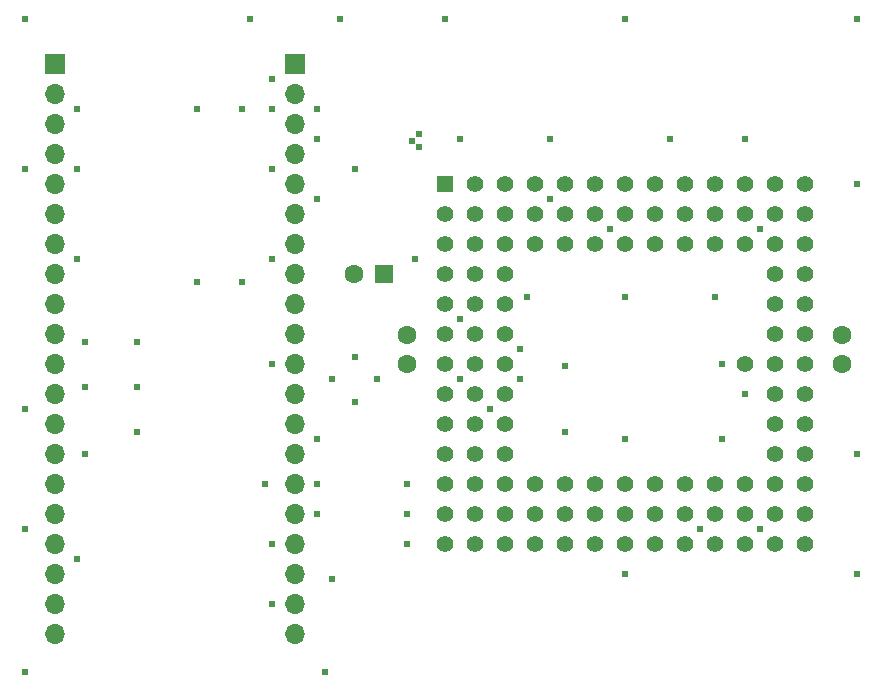
<source format=gts>
G04 #@! TF.GenerationSoftware,KiCad,Pcbnew,8.0.3*
G04 #@! TF.CreationDate,2024-06-19T21:53:35+09:00*
G04 #@! TF.ProjectId,MEZ68020,4d455a36-3830-4323-902e-6b696361645f,A*
G04 #@! TF.SameCoordinates,PX5f5e100PY8f0d180*
G04 #@! TF.FileFunction,Soldermask,Top*
G04 #@! TF.FilePolarity,Negative*
%FSLAX46Y46*%
G04 Gerber Fmt 4.6, Leading zero omitted, Abs format (unit mm)*
G04 Created by KiCad (PCBNEW 8.0.3) date 2024-06-19 21:53:35*
%MOMM*%
%LPD*%
G01*
G04 APERTURE LIST*
%ADD10R,1.397000X1.397000*%
%ADD11C,1.397000*%
%ADD12R,1.600000X1.600000*%
%ADD13C,1.600000*%
%ADD14R,1.700000X1.700000*%
%ADD15O,1.700000X1.700000*%
%ADD16C,0.605000*%
G04 APERTURE END LIST*
D10*
X36830000Y42545000D03*
D11*
X39370000Y42545000D03*
X41910000Y42545000D03*
X44450000Y42545000D03*
X46990000Y42545000D03*
X49530000Y42545000D03*
X52070000Y42545000D03*
X54610000Y42545000D03*
X57150000Y42545000D03*
X59690000Y42545000D03*
X62230000Y42545000D03*
X64770000Y42545000D03*
X67310000Y42545000D03*
X36830000Y40005000D03*
X39370000Y40005000D03*
X41910000Y40005000D03*
X44450000Y40005000D03*
X46990000Y40005000D03*
X49530000Y40005000D03*
X52070000Y40005000D03*
X54610000Y40005000D03*
X57150000Y40005000D03*
X59690000Y40005000D03*
X62230000Y40005000D03*
X64770000Y40005000D03*
X67310000Y40005000D03*
X36830000Y37465000D03*
X39370000Y37465000D03*
X41910000Y37465000D03*
X44450000Y37465000D03*
X46990000Y37465000D03*
X49530000Y37465000D03*
X52070000Y37465000D03*
X54610000Y37465000D03*
X57150000Y37465000D03*
X59690000Y37465000D03*
X62230000Y37465000D03*
X64770000Y37465000D03*
X67310000Y37465000D03*
X36830000Y34925000D03*
X39370000Y34925000D03*
X41910000Y34925000D03*
X64770000Y34925000D03*
X67310000Y34925000D03*
X36830000Y32385000D03*
X39370000Y32385000D03*
X41910000Y32385000D03*
X64770000Y32385000D03*
X67310000Y32385000D03*
X36830000Y29845000D03*
X39370000Y29845000D03*
X41910000Y29845000D03*
X64770000Y29845000D03*
X67310000Y29845000D03*
X36830000Y27305000D03*
X39370000Y27305000D03*
X41910000Y27305000D03*
X62230000Y27305000D03*
X64770000Y27305000D03*
X67310000Y27305000D03*
X36830000Y24765000D03*
X39370000Y24765000D03*
X41910000Y24765000D03*
X64770000Y24765000D03*
X67310000Y24765000D03*
X36830000Y22225000D03*
X39370000Y22225000D03*
X41910000Y22225000D03*
X64770000Y22225000D03*
X67310000Y22225000D03*
X36830000Y19685000D03*
X39370000Y19685000D03*
X41910000Y19685000D03*
X64770000Y19685000D03*
X67310000Y19685000D03*
X36830000Y17145000D03*
X39370000Y17145000D03*
X41910000Y17145000D03*
X44450000Y17145000D03*
X46990000Y17145000D03*
X49530000Y17145000D03*
X52070000Y17145000D03*
X54610000Y17145000D03*
X57150000Y17145000D03*
X59690000Y17145000D03*
X62230000Y17145000D03*
X64770000Y17145000D03*
X67310000Y17145000D03*
X36830000Y14605000D03*
X39370000Y14605000D03*
X41910000Y14605000D03*
X44450000Y14605000D03*
X46990000Y14605000D03*
X49530000Y14605000D03*
X52070000Y14605000D03*
X54610000Y14605000D03*
X57150000Y14605000D03*
X59690000Y14605000D03*
X62230000Y14605000D03*
X64770000Y14605000D03*
X67310000Y14605000D03*
X36830000Y12065000D03*
X39370000Y12065000D03*
X41910000Y12065000D03*
X44450000Y12065000D03*
X46990000Y12065000D03*
X49530000Y12065000D03*
X52070000Y12065000D03*
X54610000Y12065000D03*
X57150000Y12065000D03*
X59690000Y12065000D03*
X62230000Y12065000D03*
X64770000Y12065000D03*
X67310000Y12065000D03*
D12*
X31662400Y34925000D03*
D13*
X29162400Y34925000D03*
X70485000Y27305000D03*
X70485000Y29805000D03*
X33655000Y29825000D03*
X33655000Y27325000D03*
D14*
X3810000Y52705000D03*
D15*
X3810000Y50165000D03*
X3810000Y47625000D03*
X3810000Y45085000D03*
X3810000Y42545000D03*
X3810000Y40005000D03*
X3810000Y37465000D03*
X3810000Y34925000D03*
X3810000Y32385000D03*
X3810000Y29845000D03*
X3810000Y27305000D03*
X3810000Y24765000D03*
X3810000Y22225000D03*
X3810000Y19685000D03*
X3810000Y17145000D03*
X3810000Y14605000D03*
X3810000Y12065000D03*
X3810000Y9525000D03*
X3810000Y6985000D03*
X3810000Y4445000D03*
D14*
X24130000Y52705000D03*
D15*
X24130000Y50165000D03*
X24130000Y47625000D03*
X24130000Y45085000D03*
X24130000Y42545000D03*
X24130000Y40005000D03*
X24130000Y37465000D03*
X24130000Y34925000D03*
X24130000Y32385000D03*
X24130000Y29845000D03*
X24130000Y27305000D03*
X24130000Y24765000D03*
X24130000Y22225000D03*
X24130000Y19685000D03*
X24130000Y17145000D03*
X24130000Y14605000D03*
X24130000Y12065000D03*
X24130000Y9525000D03*
X24130000Y6985000D03*
X24130000Y4445000D03*
D16*
X33655000Y17145000D03*
X26035000Y17145000D03*
X10795000Y21590000D03*
X71755000Y19685000D03*
X50800000Y38735000D03*
X22225000Y48895000D03*
X22225000Y12065000D03*
X60325000Y20955000D03*
X38100000Y26035000D03*
X1270000Y23495000D03*
X15875000Y48895000D03*
X71755000Y42545000D03*
X26035000Y41275000D03*
X38100000Y31115000D03*
X22225000Y6985000D03*
X21590000Y17145000D03*
X63500000Y13335000D03*
X22225000Y43815000D03*
X10795000Y25400000D03*
X6350000Y29210000D03*
X5715000Y36195000D03*
X45720000Y46355000D03*
X33655000Y14605000D03*
X36830000Y56515000D03*
X71755000Y56515000D03*
X26035000Y48895000D03*
X62230000Y46355000D03*
X15875000Y34290000D03*
X26670000Y1270000D03*
X6350000Y19685000D03*
X19685000Y48895000D03*
X1270000Y56515000D03*
X31115000Y26035000D03*
X29210000Y43815000D03*
X1270000Y13335000D03*
X43815000Y33020000D03*
X1270000Y43815000D03*
X46990000Y21590000D03*
X52070000Y33020000D03*
X22225000Y36195000D03*
X58420000Y13335000D03*
X40640000Y23495000D03*
X52070000Y56515000D03*
X26035000Y20955000D03*
X55880000Y46355000D03*
X34290000Y36195000D03*
X26035000Y46355000D03*
X5715000Y10795000D03*
X6350000Y25400000D03*
X45720000Y41275000D03*
X22225000Y51435000D03*
X26035000Y14605000D03*
X10795000Y29210000D03*
X63500000Y38735000D03*
X33655000Y12065000D03*
X59690000Y33020000D03*
X46990000Y27178000D03*
X29210000Y27940000D03*
X5715000Y48895000D03*
X60325000Y27305000D03*
X43180000Y26035000D03*
X43180000Y28575000D03*
X22225000Y27305000D03*
X19685000Y34290000D03*
X52070000Y9525000D03*
X29210000Y24130000D03*
X52070000Y20955000D03*
X1270000Y1270000D03*
X62230000Y24765000D03*
X20320000Y56515000D03*
X71755000Y9525000D03*
X27305000Y26035000D03*
X5715000Y43815000D03*
X38100000Y46355000D03*
X27940000Y56515000D03*
X27305000Y9144000D03*
X34671785Y46782200D03*
X34065078Y46251100D03*
X34671000Y45720000D03*
M02*

</source>
